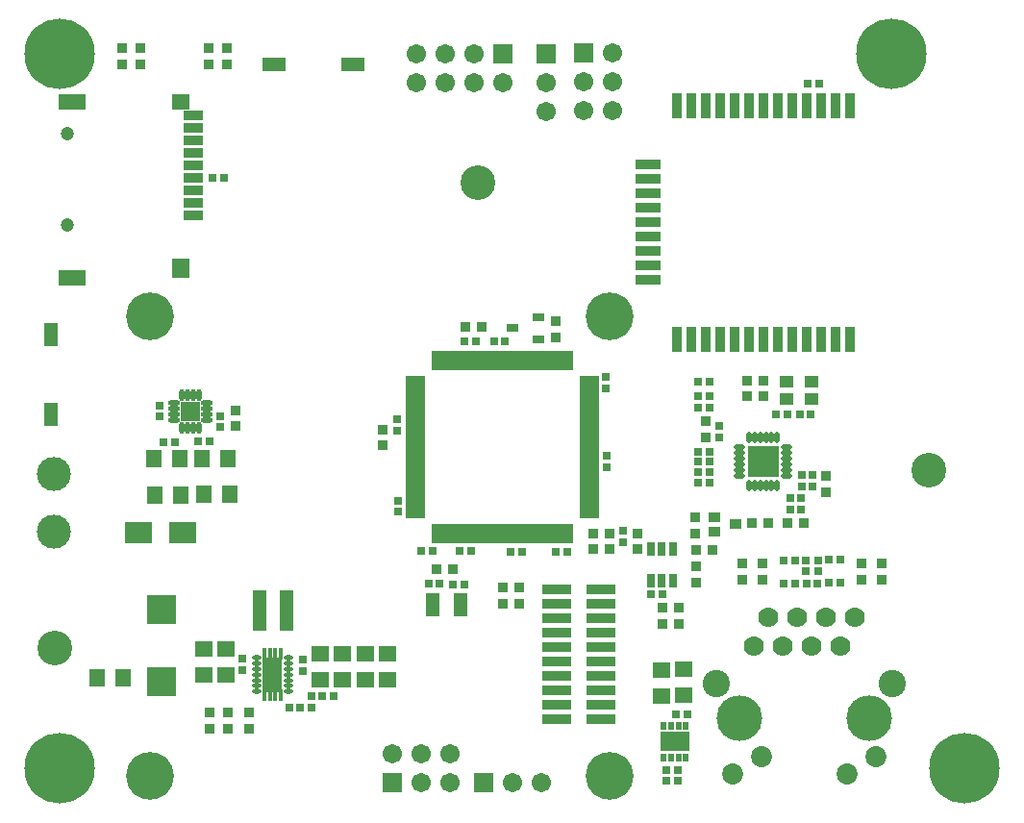
<source format=gts>
G04 Layer_Color=8388736*
%FSTAX24Y24*%
%MOIN*%
G70*
G01*
G75*
%ADD77R,0.0316X0.0474*%
%ADD78R,0.0380X0.0380*%
%ADD79R,0.1025X0.0371*%
%ADD80R,0.0277X0.0316*%
%ADD81R,0.0316X0.0277*%
%ADD82R,0.0580X0.0630*%
%ADD83R,0.0380X0.0380*%
%ADD84R,0.0434X0.0356*%
%ADD85R,0.0630X0.0580*%
%ADD86O,0.0415X0.0178*%
%ADD87O,0.0178X0.0415*%
%ADD88R,0.0671X0.0671*%
%ADD89R,0.0655X0.0198*%
%ADD90R,0.0198X0.0655*%
%ADD91O,0.0395X0.0198*%
%ADD92O,0.0198X0.0395*%
%ADD93R,0.1064X0.1064*%
%ADD94R,0.0513X0.0828*%
%ADD95R,0.0474X0.0434*%
%ADD96R,0.1045X0.1045*%
%ADD97R,0.0466X0.1419*%
%ADD98R,0.0702X0.1202*%
%ADD99O,0.0316X0.0174*%
%ADD100R,0.0159X0.0415*%
%ADD101R,0.0198X0.0316*%
%ADD102R,0.1025X0.0702*%
%ADD103R,0.0474X0.0789*%
%ADD104C,0.1200*%
%ADD105R,0.0926X0.0730*%
%ADD106R,0.0946X0.0552*%
%ADD107R,0.0710X0.0356*%
%ADD108R,0.0631X0.0552*%
%ADD109R,0.0631X0.0710*%
%ADD110R,0.0789X0.0474*%
%ADD111R,0.0356X0.0867*%
%ADD112R,0.0867X0.0356*%
%ADD113R,0.0434X0.0316*%
%ADD114C,0.2442*%
%ADD115C,0.1655*%
%ADD116C,0.0700*%
%ADD117C,0.0946*%
%ADD118C,0.0730*%
%ADD119C,0.1580*%
%ADD120C,0.0671*%
%ADD121R,0.0671X0.0671*%
%ADD122C,0.1180*%
%ADD123C,0.0474*%
D77*
X433303Y368323D02*
D03*
X433677D02*
D03*
X434051D02*
D03*
Y367241D02*
D03*
X433677D02*
D03*
X433303D02*
D03*
D78*
X428737Y366412D02*
D03*
X428177D02*
D03*
X428737Y366982D02*
D03*
X428177D02*
D03*
X438581Y369238D02*
D03*
X438021D02*
D03*
X426437Y367632D02*
D03*
X425877D02*
D03*
X433707Y366302D02*
D03*
X434267D02*
D03*
X433707Y365732D02*
D03*
X434267D02*
D03*
X436791Y369228D02*
D03*
X437351D02*
D03*
X434857Y368282D02*
D03*
X435417D02*
D03*
X426867Y376022D02*
D03*
X427427D02*
D03*
D79*
X431555Y362435D02*
D03*
Y362935D02*
D03*
Y363435D02*
D03*
Y363935D02*
D03*
Y364435D02*
D03*
Y364935D02*
D03*
Y365435D02*
D03*
Y365935D02*
D03*
Y366435D02*
D03*
Y366935D02*
D03*
X43002Y362435D02*
D03*
Y362935D02*
D03*
Y363435D02*
D03*
Y363935D02*
D03*
Y364435D02*
D03*
Y364935D02*
D03*
Y365435D02*
D03*
Y365935D02*
D03*
Y366435D02*
D03*
Y366935D02*
D03*
D80*
X418377Y372545D02*
D03*
Y372939D02*
D03*
X416267Y373309D02*
D03*
X416267Y372915D02*
D03*
X424517Y370009D02*
D03*
Y369615D02*
D03*
X431717Y373905D02*
D03*
Y374299D02*
D03*
X431757Y371175D02*
D03*
Y371569D02*
D03*
X432327Y368555D02*
D03*
Y368949D02*
D03*
X438525Y370885D02*
D03*
Y370491D02*
D03*
X438895D02*
D03*
Y370885D02*
D03*
X435677Y372185D02*
D03*
Y372579D02*
D03*
X438668Y367939D02*
D03*
Y367545D02*
D03*
X439088D02*
D03*
Y367939D02*
D03*
X421227Y364106D02*
D03*
Y3645D02*
D03*
X41913Y364513D02*
D03*
Y364119D02*
D03*
X421517Y36322D02*
D03*
Y362826D02*
D03*
X424507Y372435D02*
D03*
Y372829D02*
D03*
D81*
X417984Y372052D02*
D03*
X41759D02*
D03*
X416784Y372012D02*
D03*
X41639D02*
D03*
X42785Y375522D02*
D03*
X428244D02*
D03*
X425974Y367112D02*
D03*
X42558D02*
D03*
X425734Y368262D02*
D03*
X42534D02*
D03*
X426814Y367102D02*
D03*
X42642D02*
D03*
X427064Y368252D02*
D03*
X42667D02*
D03*
X428824Y368232D02*
D03*
X42843D02*
D03*
X430404Y368222D02*
D03*
X43001D02*
D03*
X43329Y366772D02*
D03*
X433684D02*
D03*
X438114Y369708D02*
D03*
X438508D02*
D03*
Y370078D02*
D03*
X438114D02*
D03*
X43416Y362602D02*
D03*
X434554D02*
D03*
X434224Y360672D02*
D03*
X43383D02*
D03*
X434224Y360282D02*
D03*
X43383D02*
D03*
X438447Y372982D02*
D03*
X438841D02*
D03*
X437627Y372992D02*
D03*
X438021D02*
D03*
X437886Y367942D02*
D03*
X43828D02*
D03*
X439466Y367952D02*
D03*
X43986D02*
D03*
X434924Y370618D02*
D03*
X435318D02*
D03*
X434924Y370982D02*
D03*
X435318D02*
D03*
X434924Y371345D02*
D03*
X435318D02*
D03*
X434924Y371708D02*
D03*
X435318D02*
D03*
X434934Y373238D02*
D03*
X435328D02*
D03*
X435318Y373618D02*
D03*
X434924D02*
D03*
X435314Y374142D02*
D03*
X43492D02*
D03*
X437886Y367142D02*
D03*
X43828D02*
D03*
X43986Y367152D02*
D03*
X439466D02*
D03*
X438681Y367142D02*
D03*
X439075D02*
D03*
X42075Y362813D02*
D03*
X421144D02*
D03*
X422304Y363243D02*
D03*
X42191D02*
D03*
X41809Y381182D02*
D03*
X418484D02*
D03*
X43873Y384452D02*
D03*
X439124D02*
D03*
X42684Y375522D02*
D03*
X427234D02*
D03*
D82*
X417727Y371452D02*
D03*
X418627D02*
D03*
X416967D02*
D03*
X416067Y371452D02*
D03*
X416987Y370202D02*
D03*
X416087D02*
D03*
X418697Y370232D02*
D03*
X417797D02*
D03*
X414987Y363872D02*
D03*
X414087D02*
D03*
D83*
X439355Y370298D02*
D03*
Y370858D02*
D03*
X435201Y372758D02*
D03*
Y372198D02*
D03*
X436614Y374172D02*
D03*
Y373612D02*
D03*
X415597Y385122D02*
D03*
Y385682D02*
D03*
X418607Y385682D02*
D03*
X418607Y385122D02*
D03*
X418897Y373142D02*
D03*
X418897Y372582D02*
D03*
X414967Y385682D02*
D03*
X414967Y385122D02*
D03*
X424007Y372472D02*
D03*
Y371912D02*
D03*
X431867Y368312D02*
D03*
Y368872D02*
D03*
X417947Y385682D02*
D03*
Y385122D02*
D03*
X432817Y368312D02*
D03*
Y368872D02*
D03*
X437194Y374172D02*
D03*
Y373612D02*
D03*
X434841Y368858D02*
D03*
Y369418D02*
D03*
X436467Y367812D02*
D03*
Y367252D02*
D03*
X437147Y367812D02*
D03*
Y367252D02*
D03*
X434857Y367152D02*
D03*
Y367712D02*
D03*
X441297Y367832D02*
D03*
Y367272D02*
D03*
X440607Y367822D02*
D03*
Y367262D02*
D03*
X419347Y362653D02*
D03*
Y362093D02*
D03*
X41801Y362096D02*
D03*
Y362656D02*
D03*
X418637Y362093D02*
D03*
Y362653D02*
D03*
X431297Y368872D02*
D03*
Y368312D02*
D03*
X430007Y376232D02*
D03*
Y375672D02*
D03*
D84*
X436235Y369178D02*
D03*
X435487Y368922D02*
D03*
Y369434D02*
D03*
D85*
X433667Y364142D02*
D03*
Y363242D02*
D03*
X434437Y364152D02*
D03*
Y363252D02*
D03*
X42182Y363796D02*
D03*
Y364696D02*
D03*
X4226Y363796D02*
D03*
Y364696D02*
D03*
X42338Y363796D02*
D03*
Y364696D02*
D03*
X42416Y363796D02*
D03*
Y364696D02*
D03*
X4178Y363966D02*
D03*
Y364866D02*
D03*
X41856Y363966D02*
D03*
Y364866D02*
D03*
D86*
X417888Y372797D02*
D03*
Y372994D02*
D03*
X417888Y37319D02*
D03*
Y373387D02*
D03*
X416746D02*
D03*
Y37319D02*
D03*
X416746Y372994D02*
D03*
Y372797D02*
D03*
D87*
X417613Y373663D02*
D03*
X417416D02*
D03*
X417219D02*
D03*
X417022D02*
D03*
Y372521D02*
D03*
X417219D02*
D03*
X417416D02*
D03*
X417613D02*
D03*
D88*
X417317Y373092D02*
D03*
X424337Y360222D02*
D03*
X427507Y360242D02*
D03*
X428177Y385502D02*
D03*
D89*
X425145Y374234D02*
D03*
Y374037D02*
D03*
Y37384D02*
D03*
Y373644D02*
D03*
Y373447D02*
D03*
Y37325D02*
D03*
Y373053D02*
D03*
Y372856D02*
D03*
Y372659D02*
D03*
Y372463D02*
D03*
Y372266D02*
D03*
Y372069D02*
D03*
Y371872D02*
D03*
Y371675D02*
D03*
Y371478D02*
D03*
Y371281D02*
D03*
Y371085D02*
D03*
Y370888D02*
D03*
Y370691D02*
D03*
Y370494D02*
D03*
Y370297D02*
D03*
Y3701D02*
D03*
Y369903D02*
D03*
Y369707D02*
D03*
Y36951D02*
D03*
X431149D02*
D03*
Y369707D02*
D03*
Y369903D02*
D03*
Y3701D02*
D03*
Y370297D02*
D03*
Y370494D02*
D03*
Y370691D02*
D03*
Y370888D02*
D03*
Y371085D02*
D03*
Y371281D02*
D03*
Y371478D02*
D03*
Y371675D02*
D03*
Y371872D02*
D03*
Y372069D02*
D03*
Y372266D02*
D03*
Y372463D02*
D03*
Y372659D02*
D03*
Y372856D02*
D03*
Y373053D02*
D03*
Y37325D02*
D03*
Y373447D02*
D03*
Y373644D02*
D03*
Y37384D02*
D03*
Y374037D02*
D03*
Y374234D02*
D03*
D90*
X425785Y36887D02*
D03*
X425982D02*
D03*
X426179D02*
D03*
X426376D02*
D03*
X426573D02*
D03*
X426769D02*
D03*
X426966D02*
D03*
X427163D02*
D03*
X42736D02*
D03*
X427557D02*
D03*
X427754D02*
D03*
X42795D02*
D03*
X428147D02*
D03*
X428344D02*
D03*
X428541D02*
D03*
X428738D02*
D03*
X428935D02*
D03*
X429132D02*
D03*
X429328D02*
D03*
X429525D02*
D03*
X429722D02*
D03*
X429919D02*
D03*
X430116D02*
D03*
X430313D02*
D03*
X43051D02*
D03*
Y374874D02*
D03*
X430313D02*
D03*
X430116D02*
D03*
X429919D02*
D03*
X429722D02*
D03*
X429525D02*
D03*
X429328D02*
D03*
X429132D02*
D03*
X428935D02*
D03*
X428738D02*
D03*
X428541D02*
D03*
X428344D02*
D03*
X428147D02*
D03*
X42795D02*
D03*
X427754D02*
D03*
X427557D02*
D03*
X42736D02*
D03*
X427163D02*
D03*
X426966D02*
D03*
X426769D02*
D03*
X426573D02*
D03*
X426376D02*
D03*
X426179D02*
D03*
X425982D02*
D03*
X425785D02*
D03*
D91*
X438008Y370876D02*
D03*
Y371073D02*
D03*
Y37127D02*
D03*
Y371467D02*
D03*
Y371663D02*
D03*
Y37186D02*
D03*
X436354D02*
D03*
Y371663D02*
D03*
Y371467D02*
D03*
Y37127D02*
D03*
Y371073D02*
D03*
Y370876D02*
D03*
D92*
X437673Y372195D02*
D03*
X437476D02*
D03*
X43728D02*
D03*
X437083D02*
D03*
X436886D02*
D03*
X436689D02*
D03*
Y370541D02*
D03*
X436886D02*
D03*
X437083D02*
D03*
X43728D02*
D03*
X437476D02*
D03*
X437673D02*
D03*
D93*
X437181Y371368D02*
D03*
D94*
X425725Y366392D02*
D03*
X426709D02*
D03*
D95*
X438001Y373527D02*
D03*
X438847D02*
D03*
Y374137D02*
D03*
X438001D02*
D03*
D96*
X416329Y363743D02*
D03*
Y366243D02*
D03*
D97*
X419731Y366202D02*
D03*
X420664D02*
D03*
D98*
X420177Y363972D02*
D03*
D99*
X419626Y364563D02*
D03*
Y364366D02*
D03*
Y364169D02*
D03*
Y363972D02*
D03*
Y363775D02*
D03*
Y363578D02*
D03*
Y363381D02*
D03*
X420728Y364563D02*
D03*
Y364366D02*
D03*
Y364169D02*
D03*
Y363972D02*
D03*
Y363775D02*
D03*
Y363578D02*
D03*
Y363381D02*
D03*
D100*
X420449Y364681D02*
D03*
X419905D02*
D03*
X420268D02*
D03*
X420086D02*
D03*
X420087Y363265D02*
D03*
X420268D02*
D03*
X419906D02*
D03*
X420449D02*
D03*
D101*
X433743Y361101D02*
D03*
X433999D02*
D03*
X434255D02*
D03*
X434511D02*
D03*
X433743Y362203D02*
D03*
X433999D02*
D03*
X434255D02*
D03*
X434511D02*
D03*
D102*
X434127Y361652D02*
D03*
D103*
X412507Y37575D02*
D03*
Y372994D02*
D03*
D104*
X412637Y364892D02*
D03*
X427297Y381042D02*
D03*
X442917Y371052D02*
D03*
D105*
X41554Y368892D02*
D03*
X417075D02*
D03*
D106*
X413227Y383824D02*
D03*
Y377722D02*
D03*
D107*
X41744Y383352D02*
D03*
Y382919D02*
D03*
Y382486D02*
D03*
Y382053D02*
D03*
Y38162D02*
D03*
Y381187D02*
D03*
Y380753D02*
D03*
Y38032D02*
D03*
Y379887D02*
D03*
D108*
X417007Y383824D02*
D03*
D109*
X417007Y378076D02*
D03*
D110*
X420219Y385142D02*
D03*
X422975D02*
D03*
D111*
X440187Y375597D02*
D03*
X439687Y375597D02*
D03*
X439187Y375597D02*
D03*
X438687Y375597D02*
D03*
X438187D02*
D03*
X437687Y375597D02*
D03*
X437187Y375597D02*
D03*
X436687Y375597D02*
D03*
X436187Y375597D02*
D03*
X435687Y375597D02*
D03*
X435187Y375597D02*
D03*
X434687Y375597D02*
D03*
X434187Y375597D02*
D03*
X434187Y383692D02*
D03*
X440187Y383692D02*
D03*
X439687D02*
D03*
X439187Y383692D02*
D03*
X438687Y383692D02*
D03*
X438187Y383692D02*
D03*
X437687Y383692D02*
D03*
X437187Y383692D02*
D03*
X436687D02*
D03*
X436187Y383692D02*
D03*
X435687Y383692D02*
D03*
X435187Y383692D02*
D03*
X434687D02*
D03*
D112*
X433187Y377645D02*
D03*
X433187Y378145D02*
D03*
X433187Y378645D02*
D03*
X433187Y379145D02*
D03*
Y379657D02*
D03*
Y380145D02*
D03*
X433187Y380645D02*
D03*
X433187Y381145D02*
D03*
X433187Y381645D02*
D03*
D113*
X428485Y375982D02*
D03*
X42939Y376356D02*
D03*
Y375608D02*
D03*
D114*
X412795Y360728D02*
D03*
Y385482D02*
D03*
X444167Y360732D02*
D03*
X441637Y385482D02*
D03*
D115*
X415925Y360453D02*
D03*
X43187D02*
D03*
Y376398D02*
D03*
X415925D02*
D03*
D116*
X440357Y365962D02*
D03*
X439357D02*
D03*
X438357D02*
D03*
X437357D02*
D03*
X439857Y364962D02*
D03*
X438857D02*
D03*
X437857D02*
D03*
X436857D02*
D03*
D117*
X441668Y363663D02*
D03*
X435546D02*
D03*
D118*
X436117Y360533D02*
D03*
X437117Y361131D02*
D03*
X441097D02*
D03*
X440097Y360533D02*
D03*
D119*
X436357Y362462D02*
D03*
X440857D02*
D03*
D120*
X424337Y361222D02*
D03*
X425337Y360222D02*
D03*
Y361222D02*
D03*
X426337Y360222D02*
D03*
Y361222D02*
D03*
X431967Y383512D02*
D03*
X430967D02*
D03*
X431967Y384512D02*
D03*
X430967D02*
D03*
X431967Y385512D02*
D03*
X429507Y360242D02*
D03*
X428507D02*
D03*
X428177Y384502D02*
D03*
X427177Y385502D02*
D03*
Y384502D02*
D03*
X426177Y385502D02*
D03*
Y384502D02*
D03*
X425177Y385502D02*
D03*
Y384502D02*
D03*
X429657D02*
D03*
Y383502D02*
D03*
D121*
X430967Y385512D02*
D03*
X429657Y385502D02*
D03*
D122*
X412607Y368942D02*
D03*
Y370942D02*
D03*
D123*
X41307Y382722D02*
D03*
Y379572D02*
D03*
M02*

</source>
